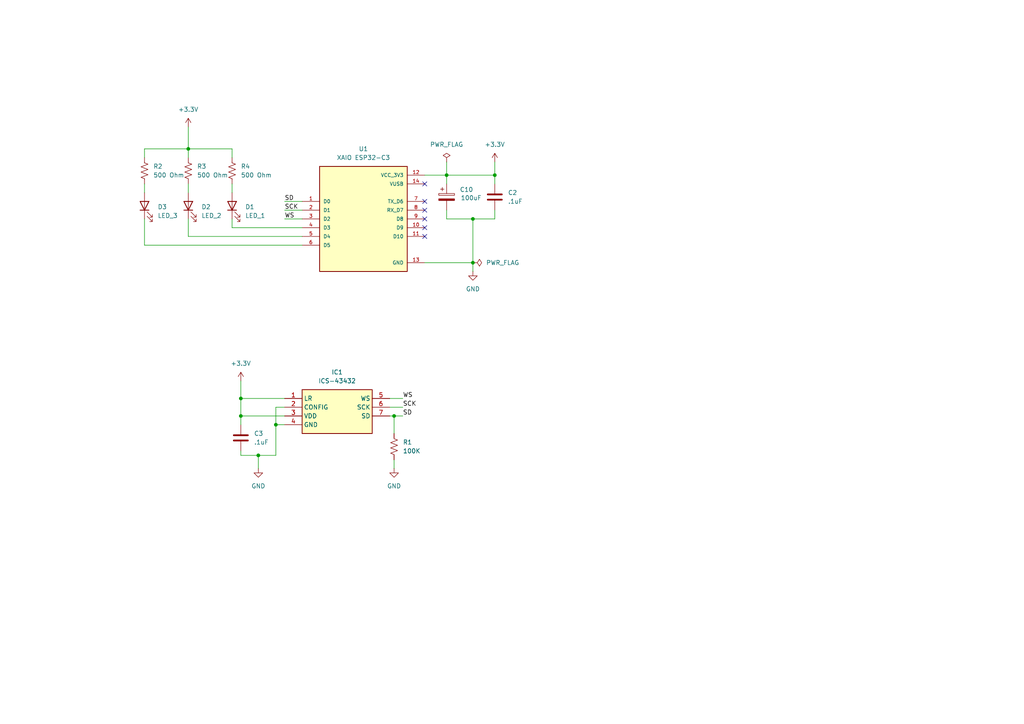
<source format=kicad_sch>
(kicad_sch (version 20250114) (generator "eeschema") (generator_version "9.0")
  (paper "A4")
  (lib_symbols
    (symbol "Device:C" (pin_numbers (hide yes)) (pin_names (offset 0.254))
      (property "Reference" "C" (at 0.635 2.54 0))
      (property "Value" "C" (at 0.635 -2.54 0))
      (symbol "C_0_1"
        (polyline (pts (xy -2.032 0.762) (xy 2.032 0.762)) (stroke (width 0.508)))
        (polyline (pts (xy -2.032 -0.762) (xy 2.032 -0.762)) (stroke (width 0.508)))
      )
      (symbol "C_1_1"
        (pin passive line (at 0 3.81 270) (length 2.794) (name "~") (number "1"))
        (pin passive line (at 0 -3.81 90) (length 2.794) (name "~") (number "2"))
      )
    )
    (symbol "Device:C_Polarized" (pin_numbers (hide yes)) (pin_names (offset 0.254))
      (property "Reference" "C" (at 0.635 2.54 0))
      (property "Value" "C_Polarized" (at 0.635 -2.54 0))
      (symbol "C_Polarized_0_1"
        (rectangle (start -2.286 0.508) (end 2.286 1.016))
        (polyline (pts (xy -1.778 2.286) (xy -0.762 2.286)))
        (polyline (pts (xy -1.27 2.794) (xy -1.27 1.778)))
        (rectangle (start 2.286 -0.508) (end -2.286 -1.016) (fill (type outline)))
      )
      (symbol "C_Polarized_1_1"
        (pin passive line (at 0 3.81 270) (length 2.794) (name "~") (number "1"))
        (pin passive line (at 0 -3.81 90) (length 2.794) (name "~") (number "2"))
      )
    )
    (symbol "Device:LED" (pin_numbers (hide yes)) (pin_names (offset 1.016) (hide yes))
      (property "Reference" "D" (at 0 2.54 0))
      (property "Value" "LED" (at 0 -2.54 0))
      (symbol "LED_0_1"
        (polyline (pts (xy -3.048 -0.762) (xy -4.572 -2.286) (xy -3.81 -2.286) (xy -4.572 -2.286) (xy -4.572 -1.524)))
        (polyline (pts (xy -1.778 -0.762) (xy -3.302 -2.286) (xy -2.54 -2.286) (xy -3.302 -2.286) (xy -3.302 -1.524)))
        (polyline (pts (xy -1.27 0) (xy 1.27 0)))
        (polyline (pts (xy -1.27 -1.27) (xy -1.27 1.27)) (stroke (width 0.254)))
        (polyline (pts (xy 1.27 -1.27) (xy 1.27 1.27) (xy -1.27 0) (xy 1.27 -1.27)) (stroke (width 0.254)))
      )
      (symbol "LED_1_1"
        (pin passive line (at -3.81 0 0) (length 2.54) (name "K") (number "1"))
        (pin passive line (at 3.81 0 180) (length 2.54) (name "A") (number "2"))
      )
    )
    (symbol "Device:R_US" (pin_numbers (hide yes)) (pin_names (offset 0))
      (property "Reference" "R" (at 2.54 0 90))
      (property "Value" "R_US" (at -2.54 0 90))
      (symbol "R_US_0_1"
        (polyline (pts (xy 0 2.286) (xy 0 2.54)))
        (polyline (pts (xy 0 2.286) (xy 1.016 1.905) (xy 0 1.524) (xy -1.016 1.143) (xy 0 0.762)))
        (polyline (pts (xy 0 0.762) (xy 1.016 0.381) (xy 0 0) (xy -1.016 -0.381) (xy 0 -0.762)))
        (polyline (pts (xy 0 -0.762) (xy 1.016 -1.143) (xy 0 -1.524) (xy -1.016 -1.905) (xy 0 -2.286)))
        (polyline (pts (xy 0 -2.286) (xy 0 -2.54)))
      )
      (symbol "R_US_1_1"
        (pin passive line (at 0 3.81 270) (length 1.27) (name "~") (number "1"))
        (pin passive line (at 0 -3.81 90) (length 1.27) (name "~") (number "2"))
      )
    )
    (symbol "Garth Libraries:ESP32-C3" (pin_names (offset 1.016))
      (property "Reference" "U" (at -12.7 16.002 0))
      (property "Value" "XAIO ESP32-C3" (at -12.7 -17.78 0))
      (symbol "ESP32-C3_0_0"
        (rectangle (start -12.7 -15.24) (end 12.7 15.24) (stroke (width 0.254)) (fill (type background)))
        (pin bidirectional line (at -17.78 5.08 0) (length 5.08) (name "D0") (number "1"))
        (pin bidirectional line (at -17.78 2.54 0) (length 5.08) (name "D1") (number "2"))
        (pin bidirectional line (at -17.78 0 0) (length 5.08) (name "D2") (number "3"))
        (pin bidirectional line (at -17.78 -2.54 0) (length 5.08) (name "D3") (number "4"))
        (pin bidirectional line (at -17.78 -5.08 0) (length 5.08) (name "D4") (number "5"))
        (pin bidirectional line (at -17.78 -7.62 0) (length 5.08) (name "D5") (number "6"))
        (pin power_in line (at 17.78 12.7 180) (length 5.08) (name "VCC_3V3") (number "12"))
        (pin power_in line (at 17.78 10.16 180) (length 5.08) (name "VUSB") (number "14"))
        (pin bidirectional line (at 17.78 5.08 180) (length 5.08) (name "TX_D6") (number "7"))
        (pin bidirectional line (at 17.78 2.54 180) (length 5.08) (name "RX_D7") (number "8"))
        (pin bidirectional line (at 17.78 0 180) (length 5.08) (name "D8") (number "9"))
        (pin bidirectional line (at 17.78 -2.54 180) (length 5.08) (name "D9") (number "10"))
        (pin bidirectional line (at 17.78 -5.08 180) (length 5.08) (name "D10") (number "11"))
        (pin power_in line (at 17.78 -12.7 180) (length 5.08) (name "GND") (number "13"))
      )
    )
    (symbol "Garth Libraries:ICS-43432"
      (property "Reference" "IC" (at 5.08 -10.922 0))
      (property "Value" "ICS-43432" (at 4.826 4.572 0))
      (symbol "ICS-43432_1_1"
        (rectangle (start 5.08 2.54) (end 25.4 -10.16) (stroke (width 0.254)) (fill (type background)))
        (pin passive line (at 0 0 0) (length 5.08) (name "LR") (number "1"))
        (pin passive line (at 0 -2.54 0) (length 5.08) (name "CONFIG") (number "2"))
        (pin passive line (at 0 -5.08 0) (length 5.08) (name "VDD") (number "3"))
        (pin passive line (at 0 -7.62 0) (length 5.08) (name "GND") (number "4"))
        (pin passive line (at 30.48 0 180) (length 5.08) (name "WS") (number "5"))
        (pin passive line (at 30.48 -2.54 180) (length 5.08) (name "SCK") (number "6"))
        (pin passive line (at 30.48 -5.08 180) (length 5.08) (name "SD") (number "7"))
      )
    )
    (symbol "power:+3.3V" (power) (pin_numbers (hide yes)) (pin_names (offset 0) (hide yes))
      (property "Value" "+3.3V" (at 0 3.556 0))
      (symbol "+3.3V_0_1"
        (polyline (pts (xy -0.762 1.27) (xy 0 2.54)))
        (polyline (pts (xy 0 2.54) (xy 0.762 1.27)))
        (polyline (pts (xy 0 0) (xy 0 2.54)))
      )
      (symbol "+3.3V_1_1"
        (pin power_in line (at 0 0 90) (length 0) (name "~") (number "1"))
      )
    )
    (symbol "power:GND" (power) (pin_numbers (hide yes)) (pin_names (offset 0) (hide yes))
      (property "Value" "GND" (at 0 -3.81 0))
      (symbol "GND_0_1"
        (polyline (pts (xy 0 0) (xy 0 -1.27) (xy 1.27 -1.27) (xy 0 -2.54) (xy -1.27 -1.27) (xy 0 -1.27)))
      )
      (symbol "GND_1_1"
        (pin power_in line (at 0 0 270) (length 0) (name "~") (number "1"))
      )
    )
    (symbol "power:PWR_FLAG" (power) (pin_numbers (hide yes)) (pin_names (offset 0) (hide yes))
      (property "Value" "PWR_FLAG" (at 0 3.81 0))
      (symbol "PWR_FLAG_0_0"
        (pin power_out line (at 0 0 90) (length 0) (name "~") (number "1"))
      )
      (symbol "PWR_FLAG_0_1"
        (polyline (pts (xy 0 0) (xy 0 1.27) (xy -1.016 1.905) (xy 0 2.54) (xy 1.016 1.905) (xy 0 1.27)))
      )
    )
  )
  (junction (at 54.61 43.18))
  (junction (at 80.01 123.19))
  (junction (at 74.93 132.08))
  (junction (at 143.51 50.8))
  (junction (at 137.16 76.2))
  (junction (at 137.16 63.5))
  (junction (at 129.54 50.8))
  (junction (at 69.85 115.57))
  (junction (at 69.85 120.65))
  (junction (at 114.3 120.65))
  (no_connect (at 123.19 60.96))
  (no_connect (at 123.19 63.5))
  (no_connect (at 123.19 66.04))
  (no_connect (at 123.19 68.58))
  (no_connect (at 123.19 58.42))
  (no_connect (at 123.19 53.34))
  (wire (pts (xy 113.03 115.57) (xy 116.84 115.57)))
  (wire (pts (xy 69.85 115.57) (xy 69.85 110.49)))
  (wire (pts (xy 113.03 120.65) (xy 114.3 120.65)))
  (wire (pts (xy 54.61 53.34) (xy 54.61 55.88)))
  (wire (pts (xy 82.55 118.11) (xy 80.01 118.11)))
  (wire (pts (xy 143.51 46.99) (xy 143.51 50.8)))
  (wire (pts (xy 129.54 60.96) (xy 129.54 63.5)))
  (wire (pts (xy 41.91 45.72) (xy 41.91 43.18)))
  (wire (pts (xy 69.85 130.81) (xy 69.85 132.08)))
  (wire (pts (xy 69.85 120.65) (xy 69.85 115.57)))
  (wire (pts (xy 82.55 58.42) (xy 87.63 58.42)))
  (wire (pts (xy 129.54 50.8) (xy 143.51 50.8)))
  (wire (pts (xy 143.51 60.96) (xy 143.51 63.5)))
  (wire (pts (xy 137.16 63.5) (xy 143.51 63.5)))
  (wire (pts (xy 137.16 76.2) (xy 137.16 63.5)))
  (wire (pts (xy 74.93 132.08) (xy 74.93 135.89)))
  (wire (pts (xy 69.85 120.65) (xy 69.85 123.19)))
  (wire (pts (xy 54.61 43.18) (xy 54.61 45.72)))
  (wire (pts (xy 129.54 63.5) (xy 137.16 63.5)))
  (wire (pts (xy 114.3 133.35) (xy 114.3 135.89)))
  (wire (pts (xy 54.61 68.58) (xy 54.61 63.5)))
  (wire (pts (xy 82.55 63.5) (xy 87.63 63.5)))
  (wire (pts (xy 129.54 46.99) (xy 129.54 50.8)))
  (wire (pts (xy 82.55 120.65) (xy 69.85 120.65)))
  (wire (pts (xy 80.01 118.11) (xy 80.01 123.19)))
  (wire (pts (xy 114.3 120.65) (xy 116.84 120.65)))
  (wire (pts (xy 82.55 115.57) (xy 69.85 115.57)))
  (wire (pts (xy 54.61 36.83) (xy 54.61 43.18)))
  (wire (pts (xy 137.16 78.74) (xy 137.16 76.2)))
  (wire (pts (xy 67.31 66.04) (xy 87.63 66.04)))
  (wire (pts (xy 87.63 68.58) (xy 54.61 68.58)))
  (wire (pts (xy 87.63 71.12) (xy 41.91 71.12)))
  (wire (pts (xy 114.3 120.65) (xy 114.3 125.73)))
  (wire (pts (xy 113.03 118.11) (xy 116.84 118.11)))
  (wire (pts (xy 143.51 50.8) (xy 143.51 53.34)))
  (wire (pts (xy 123.19 50.8) (xy 129.54 50.8)))
  (wire (pts (xy 41.91 71.12) (xy 41.91 63.5)))
  (wire (pts (xy 41.91 53.34) (xy 41.91 55.88)))
  (wire (pts (xy 54.61 43.18) (xy 67.31 43.18)))
  (wire (pts (xy 80.01 123.19) (xy 82.55 123.19)))
  (wire (pts (xy 82.55 60.96) (xy 87.63 60.96)))
  (wire (pts (xy 67.31 43.18) (xy 67.31 45.72)))
  (wire (pts (xy 74.93 132.08) (xy 80.01 132.08)))
  (wire (pts (xy 41.91 43.18) (xy 54.61 43.18)))
  (wire (pts (xy 67.31 63.5) (xy 67.31 66.04)))
  (wire (pts (xy 80.01 123.19) (xy 80.01 132.08)))
  (wire (pts (xy 123.19 76.2) (xy 137.16 76.2)))
  (wire (pts (xy 129.54 50.8) (xy 129.54 53.34)))
  (wire (pts (xy 69.85 132.08) (xy 74.93 132.08)))
  (wire (pts (xy 67.31 53.34) (xy 67.31 55.88)))
  (label "SCK" (at 116.84 118.11 0))
  (label "SD" (at 116.84 120.65 0))
  (label "SCK" (at 82.55 60.96 0))
  (label "SD" (at 82.55 58.42 0))
  (label "WS" (at 116.84 115.57 0))
  (label "WS" (at 82.55 63.5 0))
  (symbol (lib_id "Garth Libraries:ESP32-C3") (at 105.41 63.5 0) (unit 1)
    (property "Reference" "U1" (at 105.41 43.18 0))
    (property "Value" "XAIO ESP32-C3" (at 105.41 45.72 0))
    (property "Footprint" "ESP32-C3:MODULE_113991054" (effects (hide yes)))
    (property "PARTREV" "23/05/2022" (effects (hide yes)))
    (property "MANUFACTURER" "Seeed Technology" (effects (hide yes)))
    (property "SNAPEDA_PN" "113991054" (effects (hide yes)))
    (property "MAXIMUM_PACKAGE_HEIGHT" "N/A" (effects (hide yes)))
    (property "STANDARD" "Manufacturer Recommendations" (effects (hide yes)))
  )
  (symbol (lib_id "power:GND") (at 114.3 135.89 0) (unit 1)
    (property "Reference" "#PWR06" (effects (hide yes)))
    (property "Value" "GND" (at 114.3 140.97 0))
    (property "Description" "Power symbol creates a global label with name \"GND\" , ground" (effects (hide yes)))
  )
  (symbol (lib_id "power:+3.3V") (at 54.61 36.83 0) (unit 1)
    (property "Reference" "#PWR09" (effects (hide yes)))
    (property "Value" "+3.3V" (at 54.61 31.75 0))
    (property "Description" "Power symbol creates a global label with name \"+3.3V\"" (effects (hide yes)))
  )
  (symbol (lib_id "Device:LED") (at 41.91 59.69 90) (unit 1)
    (property "Reference" "D3" (at 45.72 60.0074 90) (effects (justify right)))
    (property "Value" "LED_3" (at 45.72 62.5474 90) (effects (justify right)))
    (property "Footprint" "Connector_PinHeader_2.54mm:PinHeader_1x02_P2.54mm_Vertical" (effects (hide yes)))
    (property "Description" "Light emitting diode" (effects (hide yes)))
    (property "Sim.Pins" "1=K 2=A" (effects (hide yes)))
  )
  (symbol (lib_id "Device:LED") (at 67.31 59.69 90) (unit 1)
    (property "Reference" "D1" (at 71.12 60.0074 90) (effects (justify right)))
    (property "Value" "LED_1" (at 71.12 62.5474 90) (effects (justify right)))
    (property "Footprint" "Connector_PinHeader_2.54mm:PinHeader_1x02_P2.54mm_Vertical" (effects (hide yes)))
    (property "Description" "Light emitting diode" (effects (hide yes)))
    (property "Sim.Pins" "1=K 2=A" (effects (hide yes)))
  )
  (symbol (lib_id "Device:R_US") (at 67.31 49.53 0) (unit 1)
    (property "Reference" "R4" (at 69.85 48.2599 0) (effects (justify left)))
    (property "Value" "500 Ohm" (at 69.85 50.7999 0) (effects (justify left)))
    (property "Footprint" "Resistor_SMD:R_0805_2012Metric_Pad1.20x1.40mm_HandSolder" (effects (hide yes)))
    (property "Description" "Resistor, US symbol" (effects (hide yes)))
  )
  (symbol (lib_id "power:PWR_FLAG") (at 129.54 46.99 0) (unit 1)
    (property "Reference" "#FLG01" (effects (hide yes)))
    (property "Value" "PWR_FLAG" (at 129.54 41.91 0))
    (property "Description" "Special symbol for telling ERC where power comes from" (effects (hide yes)))
  )
  (symbol (lib_id "Device:LED") (at 54.61 59.69 90) (unit 1)
    (property "Reference" "D2" (at 58.42 60.0074 90) (effects (justify right)))
    (property "Value" "LED_2" (at 58.42 62.5474 90) (effects (justify right)))
    (property "Footprint" "Connector_PinHeader_2.54mm:PinHeader_1x02_P2.54mm_Vertical" (effects (hide yes)))
    (property "Description" "Light emitting diode" (effects (hide yes)))
    (property "Sim.Pins" "1=K 2=A" (effects (hide yes)))
  )
  (symbol (lib_id "power:+3.3V") (at 143.51 46.99 0) (unit 1)
    (property "Reference" "#PWR07" (effects (hide yes)))
    (property "Value" "+3.3V" (at 143.51 41.91 0))
    (property "Description" "Power symbol creates a global label with name \"+3.3V\"" (effects (hide yes)))
  )
  (symbol (lib_id "power:+3.3V") (at 69.85 110.49 0) (unit 1)
    (property "Reference" "#PWR04" (effects (hide yes)))
    (property "Value" "+3.3V" (at 69.85 105.41 0))
    (property "Description" "Power symbol creates a global label with name \"+3.3V\"" (effects (hide yes)))
  )
  (symbol (lib_id "Device:C_Polarized") (at 129.54 57.15 0) (unit 1)
    (property "Reference" "C10" (at 133.35 54.9909 0) (effects (justify left)))
    (property "Value" "100uF" (at 133.604 57.404 0) (effects (justify left)))
    (property "Footprint" "Capacitor_THT:CP_Radial_D5.0mm_P2.00mm" (effects (hide yes)))
    (property "Description" "Polarized capacitor" (effects (hide yes)))
  )
  (symbol (lib_id "Device:R_US") (at 41.91 49.53 0) (unit 1)
    (property "Reference" "R2" (at 44.45 48.2599 0) (effects (justify left)))
    (property "Value" "500 Ohm" (at 44.45 50.7999 0) (effects (justify left)))
    (property "Footprint" "Resistor_SMD:R_0805_2012Metric_Pad1.20x1.40mm_HandSolder" (effects (hide yes)))
    (property "Description" "Resistor, US symbol" (effects (hide yes)))
  )
  (symbol (lib_id "power:GND") (at 137.16 78.74 0) (unit 1)
    (property "Reference" "#PWR08" (effects (hide yes)))
    (property "Value" "GND" (at 137.16 83.82 0))
    (property "Description" "Power symbol creates a global label with name \"GND\" , ground" (effects (hide yes)))
  )
  (symbol (lib_id "Device:C") (at 143.51 57.15 0) (unit 1)
    (property "Reference" "C2" (at 147.32 55.8799 0) (effects (justify left)))
    (property "Value" ".1uF" (at 147.32 58.4199 0) (effects (justify left)))
    (property "Footprint" "Capacitor_SMD:C_0805_2012Metric_Pad1.18x1.45mm_HandSolder" (effects (hide yes)))
    (property "Description" "Unpolarized capacitor" (effects (hide yes)))
  )
  (symbol (lib_id "power:GND") (at 74.93 135.89 0) (unit 1)
    (property "Reference" "#PWR05" (effects (hide yes)))
    (property "Value" "GND" (at 74.93 140.97 0))
    (property "Description" "Power symbol creates a global label with name \"GND\" , ground" (effects (hide yes)))
  )
  (symbol (lib_id "Device:C") (at 69.85 127 0) (unit 1)
    (property "Reference" "C3" (at 73.66 125.7299 0) (effects (justify left)))
    (property "Value" ".1uF" (at 73.66 128.2699 0) (effects (justify left)))
    (property "Footprint" "Capacitor_SMD:C_0805_2012Metric_Pad1.18x1.45mm_HandSolder" (effects (hide yes)))
    (property "Description" "Unpolarized capacitor" (effects (hide yes)))
  )
  (symbol (lib_id "Device:R_US") (at 114.3 129.54 0) (unit 1)
    (property "Reference" "R1" (at 116.84 128.2699 0) (effects (justify left)))
    (property "Value" "100K" (at 116.84 130.8099 0) (effects (justify left)))
    (property "Footprint" "Resistor_SMD:R_0805_2012Metric_Pad1.20x1.40mm_HandSolder" (effects (hide yes)))
    (property "Description" "Resistor, US symbol" (effects (hide yes)))
  )
  (symbol (lib_id "Garth Libraries:ICS-43432") (at 82.55 115.57 0) (unit 1)
    (property "Reference" "IC1" (at 97.79 107.95 0))
    (property "Value" "ICS-43432" (at 97.79 110.49 0))
    (property "Footprint" "Garth:ICS43432" (effects (hide yes)))
    (property "Datasheet" "https://product.tdk.com/system/files/dam/doc/product/sw_piezo/mic/mems-mic/data_sheet/ics-43432-data-sheet-v1.3.pdf" (effects (hide yes)))
    (property "Description" "MEMS MICROPHONE, -40 TO 85DEG C; Audio Control Type:MEMS Microphone; Supply Voltage Range:1.62V to 3.63V; Control Interface:I2S; Audio IC Case Style:LGA; No. of Pins:7Pins; Operating Temperature Min:-40C; Product Range:- RoHS Compliant: Yes" (effects (hide yes)))
    (property "Height" "1.1" (effects (hide yes)))
    (property "Mouser Part Number" "410-ICS-43432" (effects (hide yes)))
    (property "Mouser Price/Stock" "https://www.mouser.co.uk/ProductDetail/TDK-InvenSense/ICS-43432?qs=u4fy%2FsgLU9PhEy4uYlgedw%3D%3D" (effects (hide yes)))
    (property "Manufacturer_Name" "TDK" (effects (hide yes)))
    (property "Manufacturer_Part_Number" "ICS-43432" (effects (hide yes)))
  )
  (symbol (lib_id "Device:R_US") (at 54.61 49.53 0) (unit 1)
    (property "Reference" "R3" (at 57.15 48.2599 0) (effects (justify left)))
    (property "Value" "500 Ohm" (at 57.15 50.7999 0) (effects (justify left)))
    (property "Footprint" "Resistor_SMD:R_0805_2012Metric_Pad1.20x1.40mm_HandSolder" (effects (hide yes)))
    (property "Description" "Resistor, US symbol" (effects (hide yes)))
  )
  (symbol (lib_id "power:PWR_FLAG") (at 137.16 76.2 270) (unit 1)
    (property "Reference" "#FLG02" (effects (hide yes)))
    (property "Value" "PWR_FLAG" (at 140.97 76.1999 90) (effects (justify left)))
    (property "Description" "Special symbol for telling ERC where power comes from" (effects (hide yes)))
  )
)
</source>
